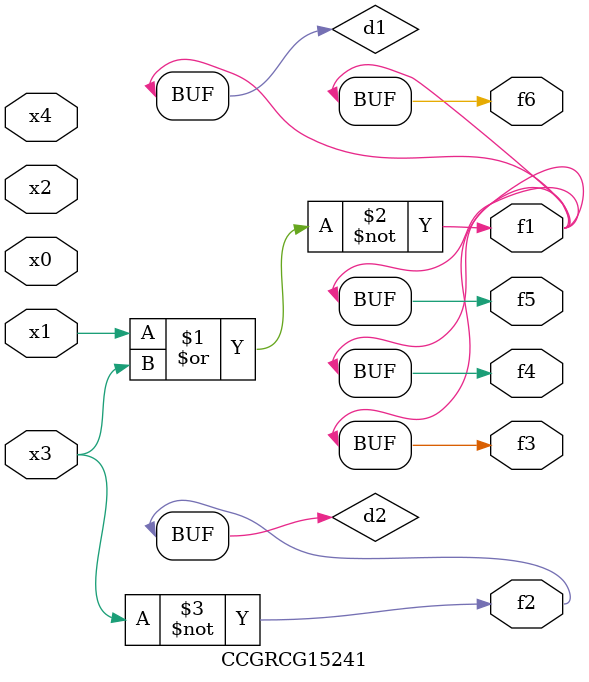
<source format=v>
module CCGRCG15241(
	input x0, x1, x2, x3, x4,
	output f1, f2, f3, f4, f5, f6
);

	wire d1, d2;

	nor (d1, x1, x3);
	not (d2, x3);
	assign f1 = d1;
	assign f2 = d2;
	assign f3 = d1;
	assign f4 = d1;
	assign f5 = d1;
	assign f6 = d1;
endmodule

</source>
